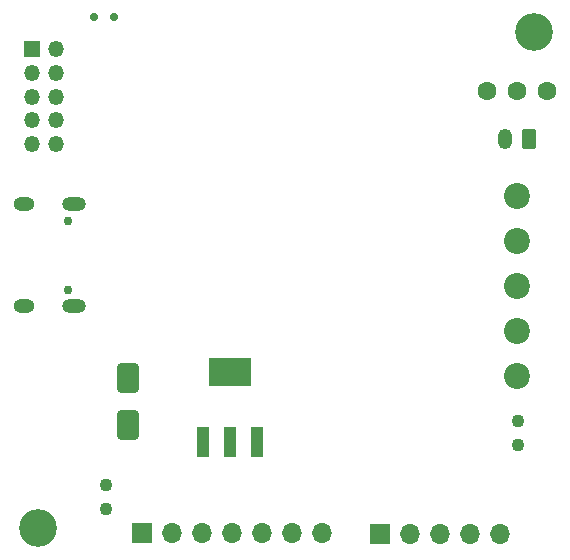
<source format=gbs>
G04 #@! TF.GenerationSoftware,KiCad,Pcbnew,8.0.8*
G04 #@! TF.CreationDate,2025-03-24T19:57:08+01:00*
G04 #@! TF.ProjectId,cheap-wled-controller,63686561-702d-4776-9c65-642d636f6e74,rev?*
G04 #@! TF.SameCoordinates,Original*
G04 #@! TF.FileFunction,Soldermask,Bot*
G04 #@! TF.FilePolarity,Negative*
%FSLAX46Y46*%
G04 Gerber Fmt 4.6, Leading zero omitted, Abs format (unit mm)*
G04 Created by KiCad (PCBNEW 8.0.8) date 2025-03-24 19:57:08*
%MOMM*%
%LPD*%
G01*
G04 APERTURE LIST*
G04 Aperture macros list*
%AMRoundRect*
0 Rectangle with rounded corners*
0 $1 Rounding radius*
0 $2 $3 $4 $5 $6 $7 $8 $9 X,Y pos of 4 corners*
0 Add a 4 corners polygon primitive as box body*
4,1,4,$2,$3,$4,$5,$6,$7,$8,$9,$2,$3,0*
0 Add four circle primitives for the rounded corners*
1,1,$1+$1,$2,$3*
1,1,$1+$1,$4,$5*
1,1,$1+$1,$6,$7*
1,1,$1+$1,$8,$9*
0 Add four rect primitives between the rounded corners*
20,1,$1+$1,$2,$3,$4,$5,0*
20,1,$1+$1,$4,$5,$6,$7,0*
20,1,$1+$1,$6,$7,$8,$9,0*
20,1,$1+$1,$8,$9,$2,$3,0*%
G04 Aperture macros list end*
%ADD10R,1.350000X1.350000*%
%ADD11O,1.350000X1.350000*%
%ADD12C,3.200000*%
%ADD13C,0.750000*%
%ADD14O,2.000000X1.200000*%
%ADD15O,1.800000X1.200000*%
%ADD16C,0.700000*%
%ADD17R,1.700000X1.700000*%
%ADD18O,1.700000X1.700000*%
%ADD19C,1.100000*%
%ADD20C,1.600000*%
%ADD21RoundRect,0.250000X0.350000X0.625000X-0.350000X0.625000X-0.350000X-0.625000X0.350000X-0.625000X0*%
%ADD22O,1.200000X1.750000*%
%ADD23C,2.200000*%
%ADD24RoundRect,0.250000X-0.650000X1.000000X-0.650000X-1.000000X0.650000X-1.000000X0.650000X1.000000X0*%
%ADD25R,1.100000X2.500000*%
%ADD26R,3.600000X2.340000*%
G04 APERTURE END LIST*
D10*
G04 #@! TO.C,J4*
X14500000Y-16500000D03*
D11*
X16500000Y-16500000D03*
X14500000Y-18500000D03*
X16500000Y-18500000D03*
X14500000Y-20500000D03*
X16500000Y-20500000D03*
X14500000Y-22500000D03*
X16500000Y-22500000D03*
X14500000Y-24500000D03*
X16500000Y-24500000D03*
G04 #@! TD*
D12*
G04 #@! TO.C,H3*
X15000000Y-57000000D03*
G04 #@! TD*
D13*
G04 #@! TO.C,J2*
X17480000Y-31030000D03*
X17480000Y-36830000D03*
D14*
X17980000Y-29600000D03*
X17980000Y-38260000D03*
D15*
X13800000Y-38260000D03*
X13800000Y-29600000D03*
G04 #@! TD*
D16*
G04 #@! TO.C,SW1*
X19722500Y-13785000D03*
X21422500Y-13785000D03*
G04 #@! TD*
D17*
G04 #@! TO.C,J6*
X43950000Y-57500000D03*
D18*
X46490000Y-57500000D03*
X49030000Y-57500000D03*
X51570000Y-57500000D03*
X54110000Y-57500000D03*
G04 #@! TD*
D19*
G04 #@! TO.C,C11*
X20700000Y-53400000D03*
X20700000Y-55400000D03*
G04 #@! TD*
G04 #@! TO.C,C10*
X55600000Y-50000000D03*
X55600000Y-48000000D03*
G04 #@! TD*
D17*
G04 #@! TO.C,J8*
X23760000Y-57475000D03*
D18*
X26300000Y-57475000D03*
X28840000Y-57475000D03*
X31380000Y-57475000D03*
X33920000Y-57475000D03*
X36460000Y-57475000D03*
X39000000Y-57475000D03*
G04 #@! TD*
D20*
G04 #@! TO.C,LED1*
X58040000Y-20000000D03*
X55500000Y-20000000D03*
X52960000Y-20000000D03*
G04 #@! TD*
D21*
G04 #@! TO.C,J7*
X56500000Y-24050000D03*
D22*
X54500000Y-24050000D03*
G04 #@! TD*
D23*
G04 #@! TO.C,J10*
X55500000Y-28880000D03*
X55500000Y-32690000D03*
X55500000Y-36500000D03*
X55500000Y-40310000D03*
X55500000Y-44120000D03*
G04 #@! TD*
D12*
G04 #@! TO.C,H2*
X57000000Y-15000000D03*
G04 #@! TD*
D24*
G04 #@! TO.C,D3*
X22600000Y-44300000D03*
X22600000Y-48300000D03*
G04 #@! TD*
D25*
G04 #@! TO.C,U9*
X33500000Y-49770000D03*
X31200000Y-49770000D03*
X28900000Y-49770000D03*
D26*
X31200000Y-43830000D03*
G04 #@! TD*
M02*

</source>
